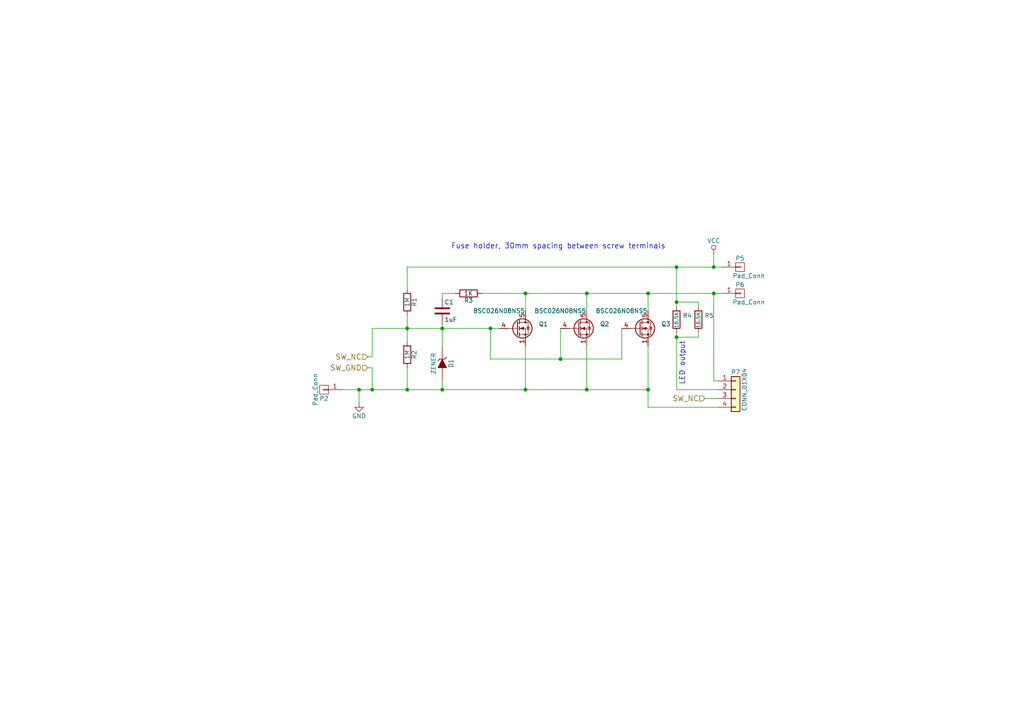
<source format=kicad_sch>
(kicad_sch (version 20230121) (generator eeschema)
  (paper "A4")
  (lib_symbols
    (symbol "Anti-Spark-Switch-rescue:C" (pin_numbers hide) (pin_names (offset 0.254))
      (property "Reference" "C" (at 0.635 2.54 0))
      (property "Value" "C" (at 0.635 -2.54 0))
      (symbol "C_0_1"
        (polyline (pts (xy -2.032 -0.762) (xy 2.032 -0.762)) (stroke (width 0.508)))
        (polyline (pts (xy -2.032 0.762) (xy 2.032 0.762)) (stroke (width 0.508)))
      )
      (symbol "C_1_1"
        (pin passive line (at 0 3.81 270) (length 2.794) (name "~") (number "1"))
        (pin passive line (at 0 -3.81 90) (length 2.794) (name "~") (number "2"))
      )
    )
    (symbol "Anti-Spark-Switch-rescue:Conn_01x04" (pin_names (offset 1.016) hide)
      (property "Reference" "J" (at 0 5.08 0))
      (property "Value" "Conn_01x04" (at 0 -7.62 0))
      (symbol "Conn_01x04_1_1"
        (rectangle (start -1.27 -4.953) (end 0 -5.207) (stroke (width 0.1524)))
        (rectangle (start -1.27 -2.413) (end 0 -2.667) (stroke (width 0.1524)))
        (rectangle (start -1.27 0.127) (end 0 -0.127) (stroke (width 0.1524)))
        (rectangle (start -1.27 2.667) (end 0 2.413) (stroke (width 0.1524)))
        (rectangle (start -1.27 3.81) (end 1.27 -6.35) (stroke (width 0.254)) (fill (type background)))
        (pin passive line (at -5.08 2.54 0) (length 3.81) (name "Pin_1") (number "1"))
        (pin passive line (at -5.08 0 0) (length 3.81) (name "Pin_2") (number "2"))
        (pin passive line (at -5.08 -2.54 0) (length 3.81) (name "Pin_3") (number "3"))
        (pin passive line (at -5.08 -5.08 0) (length 3.81) (name "Pin_4") (number "4"))
      )
    )
    (symbol "Anti-Spark-Switch-rescue:GND" (power) (pin_names (offset 0))
      (property "Value" "GND" (at 0 -3.81 0))
      (symbol "GND_0_1"
        (polyline (pts (xy 0 0) (xy 0 -1.27) (xy 1.27 -1.27) (xy 0 -2.54) (xy -1.27 -1.27) (xy 0 -1.27)))
      )
      (symbol "GND_1_1"
        (pin power_in line (at 0 0 270) (length 0) hide (name "GND") (number "1"))
      )
    )
    (symbol "Anti-Spark-Switch-rescue:Pad_Conn" (pin_names (offset 1.016) hide)
      (property "Reference" "P" (at 0 2.54 0))
      (property "Value" "Pad_Conn" (at 2.54 0 90))
      (symbol "Pad_Conn_0_1"
        (rectangle (start -1.27 0.127) (end 0.254 -0.127))
        (rectangle (start -1.27 1.27) (end 1.27 -1.27))
      )
      (symbol "Pad_Conn_1_1"
        (pin passive line (at -5.08 0 0) (length 3.81) (name "P1") (number "1"))
      )
    )
    (symbol "Anti-Spark-Switch-rescue:R" (pin_numbers hide) (pin_names (offset 0))
      (property "Reference" "R" (at 2.032 0 90))
      (property "Value" "R" (at 0 0 90))
      (symbol "R_0_1"
        (rectangle (start -1.016 -2.54) (end 1.016 2.54) (stroke (width 0.254)))
      )
      (symbol "R_1_1"
        (pin passive line (at 0 3.81 270) (length 1.27) (name "~") (number "1"))
        (pin passive line (at 0 -3.81 90) (length 1.27) (name "~") (number "2"))
      )
    )
    (symbol "Anti-Spark-Switch-rescue:VCC" (power) (pin_names (offset 0))
      (property "Value" "VCC" (at 0 3.81 0))
      (symbol "VCC_0_1"
        (polyline (pts (xy 0 0) (xy 0 1.27)))
        (circle (center 0 1.905) (radius 0.635))
      )
      (symbol "VCC_1_1"
        (pin power_in line (at 0 0 90) (length 0) hide (name "VCC") (number "1"))
      )
    )
    (symbol "Anti-Spark-Switch-rescue:ZENER" (pin_numbers hide) (pin_names (offset 1.016) hide)
      (property "Reference" "D" (at 0 2.54 0))
      (property "Value" "ZENER" (at 0 -2.54 0))
      (symbol "ZENER_0_1"
        (polyline (pts (xy -1.778 1.27) (xy -1.27 0.762) (xy -1.27 -0.762) (xy -0.762 -1.27) (xy -0.762 -1.27)) (stroke (width 0.2032)))
        (polyline (pts (xy -1.27 0) (xy 1.27 1.27) (xy 1.27 -1.27) (xy -1.27 0) (xy -1.27 0)) (fill (type outline)))
      )
      (symbol "ZENER_1_1"
        (pin passive line (at -5.08 0 0) (length 3.81) (name "K") (number "1"))
        (pin passive line (at 5.08 0 180) (length 3.81) (name "A") (number "2"))
      )
    )
    (symbol "Transistor_FET:BSC026N08NS5" (pin_names hide)
      (property "Reference" "Q" (at 5.08 1.905 0))
      (property "Value" "BSC026N08NS5" (at 5.08 0 0))
      (symbol "BSC026N08NS5_0_1"
        (polyline (pts (xy 0.254 0) (xy -2.54 0)))
        (polyline (pts (xy 0.254 1.905) (xy 0.254 -1.905)) (stroke (width 0.254)))
        (polyline (pts (xy 0.762 -1.27) (xy 0.762 -2.286)) (stroke (width 0.254)))
        (polyline (pts (xy 0.762 0.508) (xy 0.762 -0.508)) (stroke (width 0.254)))
        (polyline (pts (xy 0.762 2.286) (xy 0.762 1.27)) (stroke (width 0.254)))
        (polyline (pts (xy 2.54 2.54) (xy 2.54 1.778)))
        (polyline (pts (xy 2.54 -2.54) (xy 2.54 0) (xy 0.762 0)))
        (polyline (pts (xy 0.762 -1.778) (xy 3.302 -1.778) (xy 3.302 1.778) (xy 0.762 1.778)))
        (polyline (pts (xy 1.016 0) (xy 2.032 0.381) (xy 2.032 -0.381) (xy 1.016 0)) (fill (type outline)))
        (polyline (pts (xy 2.794 0.508) (xy 2.921 0.381) (xy 3.683 0.381) (xy 3.81 0.254)))
        (polyline (pts (xy 3.302 0.381) (xy 2.921 -0.254) (xy 3.683 -0.254) (xy 3.302 0.381)))
        (circle (center 1.651 0) (radius 2.794) (stroke (width 0.254)))
        (circle (center 2.54 -1.778) (radius 0.254) (fill (type outline)))
        (circle (center 2.54 1.778) (radius 0.254) (fill (type outline)))
      )
      (symbol "BSC026N08NS5_1_1"
        (pin passive line (at 2.54 -5.08 90) (length 2.54) (name "S") (number "1"))
        (pin passive line (at 2.54 -5.08 90) (length 2.54) hide (name "S") (number "2"))
        (pin passive line (at 2.54 -5.08 90) (length 2.54) hide (name "S") (number "3"))
        (pin passive line (at -5.08 0 0) (length 2.54) (name "G") (number "4"))
        (pin passive line (at 2.54 5.08 270) (length 2.54) (name "D") (number "5"))
      )
    )
  )
  (junction (at 152.4 85.09))
  (junction (at 196.215 77.47))
  (junction (at 196.215 87.63))
  (junction (at 207.01 85.09))
  (junction (at 128.27 113.03))
  (junction (at 170.18 113.03))
  (junction (at 187.96 85.09))
  (junction (at 162.56 104.14))
  (junction (at 196.215 97.79))
  (junction (at 187.96 113.03))
  (junction (at 118.11 113.03))
  (junction (at 152.4 113.03))
  (junction (at 104.14 113.03))
  (junction (at 107.95 113.03))
  (junction (at 207.01 77.47))
  (junction (at 170.18 85.09))
  (junction (at 142.24 95.25))
  (junction (at 118.11 95.25))
  (junction (at 128.27 95.25))
  (wire (pts (xy 196.215 97.79) (xy 202.565 97.79)))
  (wire (pts (xy 196.215 87.63) (xy 202.565 87.63)))
  (wire (pts (xy 187.96 118.11) (xy 208.28 118.11)))
  (wire (pts (xy 142.24 104.14) (xy 162.56 104.14)))
  (wire (pts (xy 118.11 77.47) (xy 196.215 77.47)))
  (wire (pts (xy 196.215 77.47) (xy 196.215 87.63)))
  (wire (pts (xy 202.565 97.79) (xy 202.565 96.52)))
  (wire (pts (xy 107.95 106.68) (xy 106.68 106.68)))
  (wire (pts (xy 118.11 95.25) (xy 128.27 95.25)))
  (wire (pts (xy 128.27 85.09) (xy 128.27 86.36)))
  (wire (pts (xy 180.34 95.25) (xy 180.34 104.14)))
  (wire (pts (xy 107.95 95.25) (xy 118.11 95.25)))
  (wire (pts (xy 128.27 95.25) (xy 128.27 100.33)))
  (wire (pts (xy 107.95 113.03) (xy 118.11 113.03)))
  (wire (pts (xy 142.24 95.25) (xy 144.78 95.25)))
  (wire (pts (xy 196.215 97.79) (xy 196.215 113.03)))
  (wire (pts (xy 104.14 113.03) (xy 107.95 113.03)))
  (wire (pts (xy 118.11 95.25) (xy 118.11 99.06)))
  (wire (pts (xy 99.06 113.03) (xy 104.14 113.03)))
  (wire (pts (xy 118.11 113.03) (xy 118.11 106.68)))
  (wire (pts (xy 152.4 85.09) (xy 170.18 85.09)))
  (wire (pts (xy 204.47 115.57) (xy 208.28 115.57)))
  (wire (pts (xy 187.96 100.33) (xy 187.96 113.03)))
  (wire (pts (xy 170.18 113.03) (xy 187.96 113.03)))
  (wire (pts (xy 152.4 113.03) (xy 170.18 113.03)))
  (wire (pts (xy 128.27 113.03) (xy 128.27 110.49)))
  (wire (pts (xy 118.11 91.44) (xy 118.11 95.25)))
  (wire (pts (xy 118.11 77.47) (xy 118.11 83.82)))
  (wire (pts (xy 202.565 87.63) (xy 202.565 88.9)))
  (wire (pts (xy 128.27 93.98) (xy 128.27 95.25)))
  (wire (pts (xy 107.95 103.505) (xy 106.68 103.505)))
  (wire (pts (xy 118.11 113.03) (xy 128.27 113.03)))
  (wire (pts (xy 107.95 113.03) (xy 107.95 106.68)))
  (wire (pts (xy 207.01 110.49) (xy 207.01 85.09)))
  (wire (pts (xy 207.01 77.47) (xy 209.55 77.47)))
  (wire (pts (xy 196.215 87.63) (xy 196.215 88.9)))
  (wire (pts (xy 128.27 95.25) (xy 142.24 95.25)))
  (wire (pts (xy 208.28 110.49) (xy 207.01 110.49)))
  (wire (pts (xy 162.56 95.25) (xy 162.56 104.14)))
  (wire (pts (xy 104.14 116.84) (xy 104.14 113.03)))
  (wire (pts (xy 152.4 85.09) (xy 152.4 90.17)))
  (wire (pts (xy 196.215 113.03) (xy 208.28 113.03)))
  (wire (pts (xy 128.27 113.03) (xy 152.4 113.03)))
  (wire (pts (xy 170.18 113.03) (xy 170.18 100.33)))
  (wire (pts (xy 187.96 85.09) (xy 207.01 85.09)))
  (wire (pts (xy 187.96 90.17) (xy 187.96 85.09)))
  (wire (pts (xy 196.215 77.47) (xy 207.01 77.47)))
  (wire (pts (xy 152.4 113.03) (xy 152.4 100.33)))
  (wire (pts (xy 187.96 113.03) (xy 187.96 118.11)))
  (wire (pts (xy 170.18 85.09) (xy 187.96 85.09)))
  (wire (pts (xy 207.01 85.09) (xy 209.55 85.09)))
  (wire (pts (xy 132.08 85.09) (xy 128.27 85.09)))
  (wire (pts (xy 196.215 96.52) (xy 196.215 97.79)))
  (wire (pts (xy 207.01 77.47) (xy 207.01 73.66)))
  (wire (pts (xy 142.24 95.25) (xy 142.24 104.14)))
  (wire (pts (xy 139.7 85.09) (xy 152.4 85.09)))
  (wire (pts (xy 162.56 104.14) (xy 180.34 104.14)))
  (wire (pts (xy 170.18 90.17) (xy 170.18 85.09)))
  (wire (pts (xy 107.95 95.25) (xy 107.95 103.505)))
  (text "LED output" (at 198.755 111.76 90) (effects (font (size 1.524 1.524)) (justify left bottom)))
  (text "Fuse holder, 30mm spacing between screw terminals\n" (at 130.81 72.39 0) (effects (font (size 1.524 1.524)) (justify left bottom)))
  (hierarchical_label "SW_NC" (shape input) (at 106.68 103.505 180) (effects (font (size 1.524 1.524))))
  (hierarchical_label "SW_NC" (shape input) (at 204.47 115.57 180) (effects (font (size 1.524 1.524))))
  (hierarchical_label "SW_GND" (shape input) (at 106.68 106.68 180) (effects (font (size 1.524 1.524))))
  (symbol (lib_id "Anti-Spark-Switch-rescue:R") (at 118.11 102.87 0) (unit 1)
    (property "Reference" "R2" (at 120.142 102.87 90))
    (property "Value" "1M" (at 118.11 102.87 90))
    (property "Footprint" "Resistors_SMD:R_0603" (effects hide))
  )
  (symbol (lib_id "Anti-Spark-Switch-rescue:R") (at 118.11 87.63 0) (unit 1)
    (property "Reference" "R1" (at 120.142 87.63 90))
    (property "Value" "1M" (at 118.11 87.63 90))
    (property "Footprint" "Resistors_SMD:R_0603" (effects hide))
  )
  (symbol (lib_id "Anti-Spark-Switch-rescue:R") (at 135.89 85.09 270) (unit 1)
    (property "Reference" "R3" (at 135.89 87.122 90))
    (property "Value" "1K" (at 135.89 85.09 90))
    (property "Footprint" "Resistors_SMD:R_0603" (effects hide))
  )
  (symbol (lib_id "Anti-Spark-Switch-rescue:C") (at 128.27 90.17 0) (unit 1)
    (property "Reference" "C1" (at 128.905 87.63 0) (effects (justify left)))
    (property "Value" "1uF" (at 128.905 92.71 0) (effects (justify left)))
    (property "Footprint" "Capacitors_SMD:C_0603" (effects hide))
  )
  (symbol (lib_id "Anti-Spark-Switch-rescue:ZENER") (at 128.27 105.41 270) (unit 1)
    (property "Reference" "D1" (at 130.81 105.41 0))
    (property "Value" "ZENER" (at 125.73 105.41 0))
    (property "Footprint" "Diodes_SMD:D_SOD-123F" (effects hide))
  )
  (symbol (lib_id "Anti-Spark-Switch-rescue:GND") (at 104.14 116.84 0) (unit 1)
    (property "Reference" "#PWR01" (effects hide))
    (property "Value" "GND" (at 104.14 120.65 0))
  )
  (symbol (lib_id "Anti-Spark-Switch-rescue:VCC") (at 207.01 73.66 0) (unit 1)
    (property "Reference" "#PWR02" (effects hide))
    (property "Value" "VCC" (at 207.01 69.85 0))
  )
  (symbol (lib_id "Anti-Spark-Switch-rescue:Conn_01x04") (at 213.36 113.03 0) (unit 1)
    (property "Reference" "P7" (at 213.36 107.95 0))
    (property "Value" "CONN_01X04" (at 215.9 113.03 90))
    (property "Footprint" "Connector_JST:JST_PH_B4B-PH-K_1x04_P2.00mm_Vertical" (effects hide))
  )
  (symbol (lib_id "Anti-Spark-Switch-rescue:Pad_Conn") (at 93.98 113.03 180) (unit 1)
    (property "Reference" "P2" (at 93.98 115.57 0))
    (property "Value" "Pad_Conn" (at 91.44 113.03 90))
    (property "Footprint" "sparkparts:1PAD_8x7mm" (effects hide))
  )
  (symbol (lib_id "Anti-Spark-Switch-rescue:Pad_Conn") (at 214.63 85.09 0) (unit 1)
    (property "Reference" "P6" (at 214.63 82.55 0))
    (property "Value" "Pad_Conn" (at 217.17 87.63 0))
    (property "Footprint" "sparkparts:1PAD_8x7mm" (effects hide))
  )
  (symbol (lib_id "Anti-Spark-Switch-rescue:Pad_Conn") (at 214.63 77.47 0) (unit 1)
    (property "Reference" "P5" (at 214.63 74.93 0))
    (property "Value" "Pad_Conn" (at 217.17 80.01 0))
    (property "Footprint" "Connector_PinHeader_2.54mm:PinHeader_1x01_P2.54mm_Vertical" (effects hide))
  )
  (symbol (lib_id "Anti-Spark-Switch-rescue:R") (at 196.215 92.71 0) (unit 1)
    (property "Reference" "R4" (at 197.993 91.5416 0) (effects (justify left)))
    (property "Value" "16.5K" (at 196.215 95.25 90) (effects (font (size 1.0922 1.0922)) (justify left)))
    (property "Footprint" "Resistors_SMD:R_1206" (effects hide))
  )
  (symbol (lib_id "Anti-Spark-Switch-rescue:R") (at 202.565 92.71 0) (unit 1)
    (property "Reference" "R5" (at 204.343 91.5416 0) (effects (justify left)))
    (property "Value" "16.5K" (at 202.565 95.25 90) (effects (font (size 1.0922 1.0922)) (justify left)))
    (property "Footprint" "Resistors_SMD:R_1206" (effects hide))
  )
  (symbol (lib_id "Transistor_FET:BSC026N08NS5") (at 167.64 95.25 0) (unit 1)
    (property "Reference" "Q2" (at 173.99 93.98 0) (effects (justify left)))
    (property "Value" "BSC026N08NS5" (at 154.94 90.17 0) (effects (justify left)))
    (property "Footprint" "Package_TO_SOT_SMD:TDSON-8-1" (effects hide))
    (property "Datasheet" "http://www.infineon.com/dgdl/Infineon-BSC026N08NS5-DS-v02_01-EN.pdf?fileId=5546d4624ad04ef9014ae2eace7629e0" (effects hide))
  )
  (symbol (lib_id "Transistor_FET:BSC026N08NS5") (at 185.42 95.25 0) (unit 1)
    (property "Reference" "Q3" (at 191.77 93.98 0) (effects (justify left)))
    (property "Value" "BSC026N08NS5" (at 172.72 90.17 0) (effects (justify left)))
    (property "Footprint" "Package_TO_SOT_SMD:TDSON-8-1" (effects hide))
    (property "Datasheet" "http://www.infineon.com/dgdl/Infineon-BSC026N08NS5-DS-v02_01-EN.pdf?fileId=5546d4624ad04ef9014ae2eace7629e0" (effects hide))
  )
  (symbol (lib_id "Transistor_FET:BSC026N08NS5") (at 149.86 95.25 0) (unit 1)
    (property "Reference" "Q1" (at 156.21 93.98 0) (effects (justify left)))
    (property "Value" "BSC026N08NS5" (at 137.16 90.17 0) (effects (justify left)))
    (property "Footprint" "Package_TO_SOT_SMD:TDSON-8-1" (effects hide))
    (property "Datasheet" "http://www.infineon.com/dgdl/Infineon-BSC026N08NS5-DS-v02_01-EN.pdf?fileId=5546d4624ad04ef9014ae2eace7629e0" (effects hide))
  )
)
</source>
